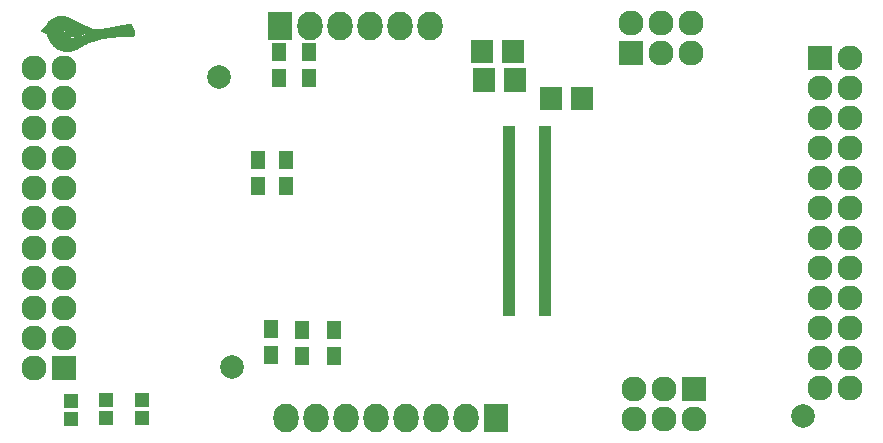
<source format=gts>
G04 #@! TF.FileFunction,Soldermask,Top*
%FSLAX46Y46*%
G04 Gerber Fmt 4.6, Leading zero omitted, Abs format (unit mm)*
G04 Created by KiCad (PCBNEW 4.0.1-stable) date Friday, March 04, 2016 'PMt' 07:11:30 PM*
%MOMM*%
G01*
G04 APERTURE LIST*
%ADD10C,0.100000*%
%ADD11C,0.010000*%
%ADD12C,2.000000*%
%ADD13R,1.100000X0.600000*%
%ADD14R,1.901140X0.798780*%
%ADD15R,2.127200X2.432000*%
%ADD16O,2.127200X2.432000*%
%ADD17R,2.127200X2.127200*%
%ADD18O,2.127200X2.127200*%
%ADD19R,1.197560X1.197560*%
%ADD20R,1.300000X1.600000*%
G04 APERTURE END LIST*
D10*
D11*
G36*
X120251031Y-90623103D02*
X120288866Y-90624878D01*
X120324763Y-90627950D01*
X120360412Y-90632451D01*
X120397499Y-90638512D01*
X120422537Y-90643226D01*
X120459505Y-90650873D01*
X120494770Y-90659056D01*
X120529378Y-90668108D01*
X120564376Y-90678364D01*
X120600809Y-90690156D01*
X120639722Y-90703818D01*
X120682161Y-90719684D01*
X120729173Y-90738088D01*
X120764737Y-90752406D01*
X120811958Y-90771805D01*
X120859898Y-90791943D01*
X120908959Y-90813011D01*
X120959547Y-90835199D01*
X121012066Y-90858695D01*
X121066921Y-90883689D01*
X121124514Y-90910372D01*
X121185251Y-90938932D01*
X121249536Y-90969559D01*
X121317773Y-91002442D01*
X121390365Y-91037772D01*
X121467719Y-91075737D01*
X121550236Y-91116528D01*
X121638323Y-91160333D01*
X121696085Y-91189177D01*
X121777799Y-91229964D01*
X121853732Y-91267698D01*
X121924358Y-91302596D01*
X121990149Y-91334875D01*
X122051577Y-91364752D01*
X122109115Y-91392444D01*
X122163235Y-91418167D01*
X122214409Y-91442138D01*
X122263111Y-91464575D01*
X122309811Y-91485695D01*
X122354982Y-91505714D01*
X122399097Y-91524848D01*
X122442629Y-91543316D01*
X122486049Y-91561334D01*
X122529829Y-91579119D01*
X122574443Y-91596888D01*
X122620363Y-91614857D01*
X122637542Y-91621509D01*
X122661524Y-91630793D01*
X122683788Y-91639455D01*
X122703348Y-91647109D01*
X122719219Y-91653366D01*
X122730414Y-91657840D01*
X122735784Y-91660070D01*
X122745832Y-91664573D01*
X122730698Y-91683849D01*
X122718889Y-91697902D01*
X122702920Y-91715482D01*
X122683921Y-91735449D01*
X122663023Y-91756663D01*
X122641357Y-91777986D01*
X122620055Y-91798277D01*
X122600246Y-91816397D01*
X122591681Y-91823920D01*
X122516102Y-91885039D01*
X122434352Y-91943238D01*
X122346747Y-91998375D01*
X122253601Y-92050306D01*
X122155231Y-92098886D01*
X122051952Y-92143973D01*
X121944079Y-92185422D01*
X121831928Y-92223091D01*
X121715814Y-92256835D01*
X121596054Y-92286510D01*
X121556278Y-92295281D01*
X121497253Y-92307567D01*
X121443414Y-92318013D01*
X121393205Y-92326877D01*
X121345074Y-92334413D01*
X121297469Y-92340877D01*
X121248835Y-92346526D01*
X121238778Y-92347588D01*
X121218732Y-92349185D01*
X121193512Y-92350438D01*
X121164439Y-92351348D01*
X121132833Y-92351913D01*
X121100014Y-92352134D01*
X121067303Y-92352011D01*
X121036020Y-92351543D01*
X121007485Y-92350730D01*
X120983019Y-92349572D01*
X120963941Y-92348069D01*
X120960083Y-92347629D01*
X120889587Y-92336359D01*
X120824668Y-92320777D01*
X120765314Y-92300875D01*
X120711511Y-92276642D01*
X120663246Y-92248071D01*
X120620506Y-92215152D01*
X120583275Y-92177875D01*
X120551542Y-92136233D01*
X120525292Y-92090216D01*
X120505814Y-92043556D01*
X120496564Y-92015336D01*
X120489950Y-91989790D01*
X120485611Y-91964670D01*
X120483189Y-91937726D01*
X120482323Y-91906710D01*
X120482311Y-91896690D01*
X120482506Y-91839783D01*
X120459541Y-91837430D01*
X120436577Y-91835078D01*
X120386819Y-91869010D01*
X120387261Y-91918359D01*
X120391246Y-91976590D01*
X120402027Y-92033341D01*
X120419427Y-92088195D01*
X120443267Y-92140732D01*
X120473369Y-92190536D01*
X120509554Y-92237188D01*
X120534774Y-92264155D01*
X120575410Y-92301000D01*
X120619140Y-92333371D01*
X120666472Y-92361491D01*
X120717911Y-92385584D01*
X120773966Y-92405873D01*
X120835143Y-92422584D01*
X120901948Y-92435938D01*
X120935389Y-92441113D01*
X120956455Y-92443389D01*
X120983303Y-92445185D01*
X121014675Y-92446500D01*
X121049315Y-92447334D01*
X121085966Y-92447688D01*
X121123369Y-92447562D01*
X121160269Y-92446956D01*
X121195407Y-92445870D01*
X121227526Y-92444303D01*
X121255370Y-92442257D01*
X121267000Y-92441088D01*
X121381247Y-92425915D01*
X121496379Y-92406055D01*
X121611524Y-92381770D01*
X121725809Y-92353321D01*
X121838359Y-92320969D01*
X121948303Y-92284975D01*
X122054766Y-92245600D01*
X122156876Y-92203106D01*
X122253760Y-92157754D01*
X122308608Y-92129498D01*
X122391718Y-92082751D01*
X122470658Y-92033631D01*
X122544981Y-91982487D01*
X122614241Y-91929668D01*
X122677993Y-91875522D01*
X122735791Y-91820397D01*
X122787188Y-91764643D01*
X122808880Y-91738480D01*
X122823589Y-91720572D01*
X122834647Y-91708259D01*
X122842321Y-91701267D01*
X122846878Y-91699322D01*
X122847106Y-91699373D01*
X122861682Y-91703012D01*
X122882129Y-91707139D01*
X122907296Y-91711588D01*
X122936029Y-91716193D01*
X122967174Y-91720787D01*
X122999579Y-91725204D01*
X123032091Y-91729276D01*
X123063556Y-91732837D01*
X123092821Y-91735720D01*
X123106736Y-91736893D01*
X123136996Y-91738630D01*
X123170509Y-91739311D01*
X123207721Y-91738909D01*
X123249075Y-91737398D01*
X123295017Y-91734750D01*
X123345991Y-91730938D01*
X123402441Y-91725937D01*
X123464812Y-91719719D01*
X123533548Y-91712256D01*
X123554764Y-91709853D01*
X123652696Y-91698039D01*
X123757110Y-91684253D01*
X123867726Y-91668544D01*
X123984267Y-91650962D01*
X124106454Y-91631559D01*
X124234011Y-91610386D01*
X124366657Y-91587492D01*
X124504117Y-91562928D01*
X124646110Y-91536746D01*
X124792360Y-91508995D01*
X124942588Y-91479727D01*
X125096517Y-91448991D01*
X125253867Y-91416840D01*
X125414361Y-91383322D01*
X125577721Y-91348489D01*
X125743669Y-91312392D01*
X125771972Y-91306166D01*
X125803505Y-91299268D01*
X125833573Y-91292787D01*
X125861326Y-91286899D01*
X125885913Y-91281780D01*
X125906484Y-91277607D01*
X125922186Y-91274556D01*
X125932170Y-91272804D01*
X125934250Y-91272520D01*
X125961629Y-91272603D01*
X125990597Y-91278198D01*
X126019337Y-91288640D01*
X126046032Y-91303263D01*
X126068863Y-91321400D01*
X126069577Y-91322097D01*
X126080334Y-91334458D01*
X126093559Y-91352584D01*
X126108873Y-91375782D01*
X126125898Y-91403362D01*
X126144253Y-91434633D01*
X126163562Y-91468902D01*
X126183444Y-91505479D01*
X126203521Y-91543671D01*
X126223415Y-91582789D01*
X126242747Y-91622139D01*
X126261137Y-91661031D01*
X126278208Y-91698774D01*
X126286938Y-91718888D01*
X126314418Y-91787828D01*
X126336295Y-91852753D01*
X126352564Y-91913631D01*
X126363220Y-91970428D01*
X126368258Y-92023112D01*
X126367674Y-92071650D01*
X126361462Y-92116008D01*
X126350303Y-92154355D01*
X126340721Y-92174617D01*
X126327158Y-92196530D01*
X126311359Y-92217628D01*
X126295072Y-92235441D01*
X126289089Y-92240860D01*
X126273700Y-92252771D01*
X126257081Y-92263287D01*
X126238689Y-92272518D01*
X126217978Y-92280574D01*
X126194406Y-92287565D01*
X126167427Y-92293602D01*
X126136498Y-92298794D01*
X126101074Y-92303252D01*
X126060612Y-92307086D01*
X126014567Y-92310405D01*
X125962396Y-92313321D01*
X125921903Y-92315182D01*
X125902132Y-92315961D01*
X125876304Y-92316876D01*
X125845416Y-92317897D01*
X125810464Y-92318994D01*
X125772446Y-92320137D01*
X125732357Y-92321294D01*
X125691195Y-92322437D01*
X125649956Y-92323534D01*
X125629097Y-92324070D01*
X125523132Y-92326865D01*
X125423623Y-92329728D01*
X125329971Y-92332688D01*
X125241576Y-92335774D01*
X125157840Y-92339016D01*
X125078162Y-92342444D01*
X125001944Y-92346086D01*
X124928587Y-92349972D01*
X124857491Y-92354132D01*
X124788056Y-92358595D01*
X124719683Y-92363390D01*
X124651774Y-92368548D01*
X124583729Y-92374096D01*
X124547833Y-92377168D01*
X124395425Y-92391484D01*
X124248916Y-92407501D01*
X124107314Y-92425426D01*
X123969629Y-92445462D01*
X123834869Y-92467813D01*
X123702042Y-92492686D01*
X123570156Y-92520283D01*
X123438221Y-92550811D01*
X123305244Y-92584473D01*
X123170234Y-92621474D01*
X123032199Y-92662018D01*
X122890149Y-92706311D01*
X122782181Y-92741516D01*
X122725529Y-92760415D01*
X122673101Y-92778181D01*
X122624324Y-92795079D01*
X122578627Y-92811377D01*
X122535437Y-92827340D01*
X122494184Y-92843235D01*
X122454295Y-92859327D01*
X122415199Y-92875884D01*
X122376325Y-92893170D01*
X122337099Y-92911452D01*
X122296952Y-92930997D01*
X122255310Y-92952071D01*
X122211602Y-92974939D01*
X122165257Y-92999869D01*
X122115703Y-93027125D01*
X122062368Y-93056975D01*
X122004680Y-93089684D01*
X121942068Y-93125519D01*
X121877306Y-93162815D01*
X121827113Y-93191743D01*
X121782343Y-93217450D01*
X121742339Y-93240298D01*
X121706445Y-93260648D01*
X121674006Y-93278863D01*
X121644365Y-93295303D01*
X121616866Y-93310330D01*
X121590853Y-93324307D01*
X121565670Y-93337594D01*
X121540662Y-93350554D01*
X121515172Y-93363549D01*
X121492778Y-93374820D01*
X121427461Y-93406741D01*
X121366674Y-93434702D01*
X121309369Y-93459064D01*
X121254501Y-93480188D01*
X121201022Y-93498436D01*
X121147885Y-93514169D01*
X121094043Y-93527748D01*
X121038449Y-93539537D01*
X120990975Y-93548094D01*
X120931699Y-93557475D01*
X120877114Y-93564849D01*
X120825196Y-93570377D01*
X120773926Y-93574223D01*
X120721279Y-93576550D01*
X120665234Y-93577522D01*
X120626708Y-93577509D01*
X120600120Y-93577309D01*
X120575076Y-93577051D01*
X120552670Y-93576751D01*
X120533997Y-93576426D01*
X120520149Y-93576092D01*
X120512223Y-93575767D01*
X120512056Y-93575755D01*
X120421009Y-93566740D01*
X120331200Y-93553096D01*
X120243485Y-93535042D01*
X120158718Y-93512798D01*
X120077756Y-93486583D01*
X120001455Y-93456619D01*
X119943791Y-93429817D01*
X119857957Y-93382919D01*
X119774330Y-93329377D01*
X119692988Y-93269273D01*
X119614006Y-93202690D01*
X119537461Y-93129708D01*
X119463429Y-93050411D01*
X119391985Y-92964879D01*
X119323207Y-92873196D01*
X119257171Y-92775442D01*
X119193952Y-92671701D01*
X119133627Y-92562053D01*
X119129300Y-92553746D01*
X119092293Y-92478734D01*
X119057779Y-92400989D01*
X119025400Y-92319580D01*
X118994798Y-92233574D01*
X118965612Y-92142039D01*
X118949110Y-92085758D01*
X118941543Y-92059169D01*
X118695806Y-91960044D01*
X118656329Y-91944069D01*
X118618813Y-91928791D01*
X118583766Y-91914422D01*
X118551694Y-91901173D01*
X118523102Y-91889257D01*
X118498498Y-91878887D01*
X118478388Y-91870274D01*
X118463278Y-91863630D01*
X118453674Y-91859168D01*
X118450083Y-91857101D01*
X118450069Y-91857055D01*
X118452644Y-91854178D01*
X118460115Y-91846965D01*
X118472098Y-91835762D01*
X118488213Y-91820917D01*
X118508078Y-91802776D01*
X118531310Y-91781686D01*
X118557529Y-91757994D01*
X118586351Y-91732048D01*
X118617395Y-91704193D01*
X118650280Y-91674778D01*
X118675847Y-91651966D01*
X118901625Y-91450741D01*
X118916003Y-91411022D01*
X118944338Y-91340948D01*
X118977586Y-91274045D01*
X119016152Y-91209707D01*
X119060445Y-91147324D01*
X119110870Y-91086287D01*
X119167835Y-91025990D01*
X119184224Y-91009917D01*
X119251538Y-90949739D01*
X119324130Y-90894059D01*
X119401734Y-90843010D01*
X119484086Y-90796722D01*
X119570921Y-90755330D01*
X119661974Y-90718964D01*
X119756979Y-90687758D01*
X119855671Y-90661842D01*
X119901750Y-90651834D01*
X119946147Y-90643197D01*
X119985869Y-90636427D01*
X120022979Y-90631295D01*
X120059540Y-90627572D01*
X120097614Y-90625029D01*
X120139265Y-90623439D01*
X120162806Y-90622916D01*
X120209574Y-90622493D01*
X120251031Y-90623103D01*
X120251031Y-90623103D01*
G37*
X120251031Y-90623103D02*
X120288866Y-90624878D01*
X120324763Y-90627950D01*
X120360412Y-90632451D01*
X120397499Y-90638512D01*
X120422537Y-90643226D01*
X120459505Y-90650873D01*
X120494770Y-90659056D01*
X120529378Y-90668108D01*
X120564376Y-90678364D01*
X120600809Y-90690156D01*
X120639722Y-90703818D01*
X120682161Y-90719684D01*
X120729173Y-90738088D01*
X120764737Y-90752406D01*
X120811958Y-90771805D01*
X120859898Y-90791943D01*
X120908959Y-90813011D01*
X120959547Y-90835199D01*
X121012066Y-90858695D01*
X121066921Y-90883689D01*
X121124514Y-90910372D01*
X121185251Y-90938932D01*
X121249536Y-90969559D01*
X121317773Y-91002442D01*
X121390365Y-91037772D01*
X121467719Y-91075737D01*
X121550236Y-91116528D01*
X121638323Y-91160333D01*
X121696085Y-91189177D01*
X121777799Y-91229964D01*
X121853732Y-91267698D01*
X121924358Y-91302596D01*
X121990149Y-91334875D01*
X122051577Y-91364752D01*
X122109115Y-91392444D01*
X122163235Y-91418167D01*
X122214409Y-91442138D01*
X122263111Y-91464575D01*
X122309811Y-91485695D01*
X122354982Y-91505714D01*
X122399097Y-91524848D01*
X122442629Y-91543316D01*
X122486049Y-91561334D01*
X122529829Y-91579119D01*
X122574443Y-91596888D01*
X122620363Y-91614857D01*
X122637542Y-91621509D01*
X122661524Y-91630793D01*
X122683788Y-91639455D01*
X122703348Y-91647109D01*
X122719219Y-91653366D01*
X122730414Y-91657840D01*
X122735784Y-91660070D01*
X122745832Y-91664573D01*
X122730698Y-91683849D01*
X122718889Y-91697902D01*
X122702920Y-91715482D01*
X122683921Y-91735449D01*
X122663023Y-91756663D01*
X122641357Y-91777986D01*
X122620055Y-91798277D01*
X122600246Y-91816397D01*
X122591681Y-91823920D01*
X122516102Y-91885039D01*
X122434352Y-91943238D01*
X122346747Y-91998375D01*
X122253601Y-92050306D01*
X122155231Y-92098886D01*
X122051952Y-92143973D01*
X121944079Y-92185422D01*
X121831928Y-92223091D01*
X121715814Y-92256835D01*
X121596054Y-92286510D01*
X121556278Y-92295281D01*
X121497253Y-92307567D01*
X121443414Y-92318013D01*
X121393205Y-92326877D01*
X121345074Y-92334413D01*
X121297469Y-92340877D01*
X121248835Y-92346526D01*
X121238778Y-92347588D01*
X121218732Y-92349185D01*
X121193512Y-92350438D01*
X121164439Y-92351348D01*
X121132833Y-92351913D01*
X121100014Y-92352134D01*
X121067303Y-92352011D01*
X121036020Y-92351543D01*
X121007485Y-92350730D01*
X120983019Y-92349572D01*
X120963941Y-92348069D01*
X120960083Y-92347629D01*
X120889587Y-92336359D01*
X120824668Y-92320777D01*
X120765314Y-92300875D01*
X120711511Y-92276642D01*
X120663246Y-92248071D01*
X120620506Y-92215152D01*
X120583275Y-92177875D01*
X120551542Y-92136233D01*
X120525292Y-92090216D01*
X120505814Y-92043556D01*
X120496564Y-92015336D01*
X120489950Y-91989790D01*
X120485611Y-91964670D01*
X120483189Y-91937726D01*
X120482323Y-91906710D01*
X120482311Y-91896690D01*
X120482506Y-91839783D01*
X120459541Y-91837430D01*
X120436577Y-91835078D01*
X120386819Y-91869010D01*
X120387261Y-91918359D01*
X120391246Y-91976590D01*
X120402027Y-92033341D01*
X120419427Y-92088195D01*
X120443267Y-92140732D01*
X120473369Y-92190536D01*
X120509554Y-92237188D01*
X120534774Y-92264155D01*
X120575410Y-92301000D01*
X120619140Y-92333371D01*
X120666472Y-92361491D01*
X120717911Y-92385584D01*
X120773966Y-92405873D01*
X120835143Y-92422584D01*
X120901948Y-92435938D01*
X120935389Y-92441113D01*
X120956455Y-92443389D01*
X120983303Y-92445185D01*
X121014675Y-92446500D01*
X121049315Y-92447334D01*
X121085966Y-92447688D01*
X121123369Y-92447562D01*
X121160269Y-92446956D01*
X121195407Y-92445870D01*
X121227526Y-92444303D01*
X121255370Y-92442257D01*
X121267000Y-92441088D01*
X121381247Y-92425915D01*
X121496379Y-92406055D01*
X121611524Y-92381770D01*
X121725809Y-92353321D01*
X121838359Y-92320969D01*
X121948303Y-92284975D01*
X122054766Y-92245600D01*
X122156876Y-92203106D01*
X122253760Y-92157754D01*
X122308608Y-92129498D01*
X122391718Y-92082751D01*
X122470658Y-92033631D01*
X122544981Y-91982487D01*
X122614241Y-91929668D01*
X122677993Y-91875522D01*
X122735791Y-91820397D01*
X122787188Y-91764643D01*
X122808880Y-91738480D01*
X122823589Y-91720572D01*
X122834647Y-91708259D01*
X122842321Y-91701267D01*
X122846878Y-91699322D01*
X122847106Y-91699373D01*
X122861682Y-91703012D01*
X122882129Y-91707139D01*
X122907296Y-91711588D01*
X122936029Y-91716193D01*
X122967174Y-91720787D01*
X122999579Y-91725204D01*
X123032091Y-91729276D01*
X123063556Y-91732837D01*
X123092821Y-91735720D01*
X123106736Y-91736893D01*
X123136996Y-91738630D01*
X123170509Y-91739311D01*
X123207721Y-91738909D01*
X123249075Y-91737398D01*
X123295017Y-91734750D01*
X123345991Y-91730938D01*
X123402441Y-91725937D01*
X123464812Y-91719719D01*
X123533548Y-91712256D01*
X123554764Y-91709853D01*
X123652696Y-91698039D01*
X123757110Y-91684253D01*
X123867726Y-91668544D01*
X123984267Y-91650962D01*
X124106454Y-91631559D01*
X124234011Y-91610386D01*
X124366657Y-91587492D01*
X124504117Y-91562928D01*
X124646110Y-91536746D01*
X124792360Y-91508995D01*
X124942588Y-91479727D01*
X125096517Y-91448991D01*
X125253867Y-91416840D01*
X125414361Y-91383322D01*
X125577721Y-91348489D01*
X125743669Y-91312392D01*
X125771972Y-91306166D01*
X125803505Y-91299268D01*
X125833573Y-91292787D01*
X125861326Y-91286899D01*
X125885913Y-91281780D01*
X125906484Y-91277607D01*
X125922186Y-91274556D01*
X125932170Y-91272804D01*
X125934250Y-91272520D01*
X125961629Y-91272603D01*
X125990597Y-91278198D01*
X126019337Y-91288640D01*
X126046032Y-91303263D01*
X126068863Y-91321400D01*
X126069577Y-91322097D01*
X126080334Y-91334458D01*
X126093559Y-91352584D01*
X126108873Y-91375782D01*
X126125898Y-91403362D01*
X126144253Y-91434633D01*
X126163562Y-91468902D01*
X126183444Y-91505479D01*
X126203521Y-91543671D01*
X126223415Y-91582789D01*
X126242747Y-91622139D01*
X126261137Y-91661031D01*
X126278208Y-91698774D01*
X126286938Y-91718888D01*
X126314418Y-91787828D01*
X126336295Y-91852753D01*
X126352564Y-91913631D01*
X126363220Y-91970428D01*
X126368258Y-92023112D01*
X126367674Y-92071650D01*
X126361462Y-92116008D01*
X126350303Y-92154355D01*
X126340721Y-92174617D01*
X126327158Y-92196530D01*
X126311359Y-92217628D01*
X126295072Y-92235441D01*
X126289089Y-92240860D01*
X126273700Y-92252771D01*
X126257081Y-92263287D01*
X126238689Y-92272518D01*
X126217978Y-92280574D01*
X126194406Y-92287565D01*
X126167427Y-92293602D01*
X126136498Y-92298794D01*
X126101074Y-92303252D01*
X126060612Y-92307086D01*
X126014567Y-92310405D01*
X125962396Y-92313321D01*
X125921903Y-92315182D01*
X125902132Y-92315961D01*
X125876304Y-92316876D01*
X125845416Y-92317897D01*
X125810464Y-92318994D01*
X125772446Y-92320137D01*
X125732357Y-92321294D01*
X125691195Y-92322437D01*
X125649956Y-92323534D01*
X125629097Y-92324070D01*
X125523132Y-92326865D01*
X125423623Y-92329728D01*
X125329971Y-92332688D01*
X125241576Y-92335774D01*
X125157840Y-92339016D01*
X125078162Y-92342444D01*
X125001944Y-92346086D01*
X124928587Y-92349972D01*
X124857491Y-92354132D01*
X124788056Y-92358595D01*
X124719683Y-92363390D01*
X124651774Y-92368548D01*
X124583729Y-92374096D01*
X124547833Y-92377168D01*
X124395425Y-92391484D01*
X124248916Y-92407501D01*
X124107314Y-92425426D01*
X123969629Y-92445462D01*
X123834869Y-92467813D01*
X123702042Y-92492686D01*
X123570156Y-92520283D01*
X123438221Y-92550811D01*
X123305244Y-92584473D01*
X123170234Y-92621474D01*
X123032199Y-92662018D01*
X122890149Y-92706311D01*
X122782181Y-92741516D01*
X122725529Y-92760415D01*
X122673101Y-92778181D01*
X122624324Y-92795079D01*
X122578627Y-92811377D01*
X122535437Y-92827340D01*
X122494184Y-92843235D01*
X122454295Y-92859327D01*
X122415199Y-92875884D01*
X122376325Y-92893170D01*
X122337099Y-92911452D01*
X122296952Y-92930997D01*
X122255310Y-92952071D01*
X122211602Y-92974939D01*
X122165257Y-92999869D01*
X122115703Y-93027125D01*
X122062368Y-93056975D01*
X122004680Y-93089684D01*
X121942068Y-93125519D01*
X121877306Y-93162815D01*
X121827113Y-93191743D01*
X121782343Y-93217450D01*
X121742339Y-93240298D01*
X121706445Y-93260648D01*
X121674006Y-93278863D01*
X121644365Y-93295303D01*
X121616866Y-93310330D01*
X121590853Y-93324307D01*
X121565670Y-93337594D01*
X121540662Y-93350554D01*
X121515172Y-93363549D01*
X121492778Y-93374820D01*
X121427461Y-93406741D01*
X121366674Y-93434702D01*
X121309369Y-93459064D01*
X121254501Y-93480188D01*
X121201022Y-93498436D01*
X121147885Y-93514169D01*
X121094043Y-93527748D01*
X121038449Y-93539537D01*
X120990975Y-93548094D01*
X120931699Y-93557475D01*
X120877114Y-93564849D01*
X120825196Y-93570377D01*
X120773926Y-93574223D01*
X120721279Y-93576550D01*
X120665234Y-93577522D01*
X120626708Y-93577509D01*
X120600120Y-93577309D01*
X120575076Y-93577051D01*
X120552670Y-93576751D01*
X120533997Y-93576426D01*
X120520149Y-93576092D01*
X120512223Y-93575767D01*
X120512056Y-93575755D01*
X120421009Y-93566740D01*
X120331200Y-93553096D01*
X120243485Y-93535042D01*
X120158718Y-93512798D01*
X120077756Y-93486583D01*
X120001455Y-93456619D01*
X119943791Y-93429817D01*
X119857957Y-93382919D01*
X119774330Y-93329377D01*
X119692988Y-93269273D01*
X119614006Y-93202690D01*
X119537461Y-93129708D01*
X119463429Y-93050411D01*
X119391985Y-92964879D01*
X119323207Y-92873196D01*
X119257171Y-92775442D01*
X119193952Y-92671701D01*
X119133627Y-92562053D01*
X119129300Y-92553746D01*
X119092293Y-92478734D01*
X119057779Y-92400989D01*
X119025400Y-92319580D01*
X118994798Y-92233574D01*
X118965612Y-92142039D01*
X118949110Y-92085758D01*
X118941543Y-92059169D01*
X118695806Y-91960044D01*
X118656329Y-91944069D01*
X118618813Y-91928791D01*
X118583766Y-91914422D01*
X118551694Y-91901173D01*
X118523102Y-91889257D01*
X118498498Y-91878887D01*
X118478388Y-91870274D01*
X118463278Y-91863630D01*
X118453674Y-91859168D01*
X118450083Y-91857101D01*
X118450069Y-91857055D01*
X118452644Y-91854178D01*
X118460115Y-91846965D01*
X118472098Y-91835762D01*
X118488213Y-91820917D01*
X118508078Y-91802776D01*
X118531310Y-91781686D01*
X118557529Y-91757994D01*
X118586351Y-91732048D01*
X118617395Y-91704193D01*
X118650280Y-91674778D01*
X118675847Y-91651966D01*
X118901625Y-91450741D01*
X118916003Y-91411022D01*
X118944338Y-91340948D01*
X118977586Y-91274045D01*
X119016152Y-91209707D01*
X119060445Y-91147324D01*
X119110870Y-91086287D01*
X119167835Y-91025990D01*
X119184224Y-91009917D01*
X119251538Y-90949739D01*
X119324130Y-90894059D01*
X119401734Y-90843010D01*
X119484086Y-90796722D01*
X119570921Y-90755330D01*
X119661974Y-90718964D01*
X119756979Y-90687758D01*
X119855671Y-90661842D01*
X119901750Y-90651834D01*
X119946147Y-90643197D01*
X119985869Y-90636427D01*
X120022979Y-90631295D01*
X120059540Y-90627572D01*
X120097614Y-90625029D01*
X120139265Y-90623439D01*
X120162806Y-90622916D01*
X120209574Y-90622493D01*
X120251031Y-90623103D01*
D12*
X183000000Y-124460000D03*
X133560000Y-95760000D03*
D13*
X161190000Y-100200000D03*
X161190000Y-100600000D03*
X161190000Y-101000000D03*
X161190000Y-101400000D03*
X161190000Y-101800000D03*
X161190000Y-102200000D03*
X161190000Y-102600000D03*
X161190000Y-103000000D03*
X161190000Y-103400000D03*
X161190000Y-103800000D03*
X161190000Y-107800000D03*
X161190000Y-107400000D03*
X161190000Y-107000000D03*
X161190000Y-106600000D03*
X161190000Y-106200000D03*
X161190000Y-105800000D03*
X161190000Y-105400000D03*
X161190000Y-105000000D03*
X161190000Y-104600000D03*
X161190000Y-104200000D03*
X161190000Y-108200000D03*
X161190000Y-108600000D03*
X161190000Y-109000000D03*
X161190000Y-109400000D03*
X161190000Y-109800000D03*
X161190000Y-110200000D03*
X161190000Y-110600000D03*
X161190000Y-111000000D03*
X161190000Y-111400000D03*
X161190000Y-111800000D03*
X161190000Y-115800000D03*
X161190000Y-115400000D03*
X161190000Y-115000000D03*
X161190000Y-114600000D03*
X161190000Y-114200000D03*
X161190000Y-113800000D03*
X161190000Y-113400000D03*
X161190000Y-113000000D03*
X161190000Y-112600000D03*
X161190000Y-112200000D03*
X158110000Y-112200000D03*
X158110000Y-112600000D03*
X158110000Y-113000000D03*
X158110000Y-113400000D03*
X158110000Y-113800000D03*
X158110000Y-114200000D03*
X158110000Y-114600000D03*
X158110000Y-115000000D03*
X158110000Y-115400000D03*
X158110000Y-115800000D03*
X158110000Y-111800000D03*
X158110000Y-111400000D03*
X158110000Y-111000000D03*
X158110000Y-110600000D03*
X158110000Y-110200000D03*
X158110000Y-109800000D03*
X158110000Y-109400000D03*
X158110000Y-109000000D03*
X158110000Y-108600000D03*
X158110000Y-108200000D03*
X158110000Y-104200000D03*
X158110000Y-104600000D03*
X158110000Y-105000000D03*
X158110000Y-105400000D03*
X158110000Y-105800000D03*
X158110000Y-106200000D03*
X158110000Y-106600000D03*
X158110000Y-107000000D03*
X158110000Y-107400000D03*
X158110000Y-107800000D03*
X158110000Y-103800000D03*
X158110000Y-103400000D03*
X158110000Y-103000000D03*
X158110000Y-102600000D03*
X158110000Y-102200000D03*
X158110000Y-101800000D03*
X158110000Y-101400000D03*
X158110000Y-101000000D03*
X158110000Y-100600000D03*
X158110000Y-100200000D03*
D14*
X158461920Y-94250000D03*
X158461920Y-93599760D03*
X158461920Y-92949520D03*
X155800000Y-92949520D03*
X155800000Y-93599760D03*
X155800000Y-94250000D03*
X164300000Y-98250000D03*
X164300000Y-97599760D03*
X164300000Y-96949520D03*
X161638080Y-96949520D03*
X161638080Y-97599760D03*
X161638080Y-98250000D03*
X158611920Y-96700000D03*
X158611920Y-96049760D03*
X158611920Y-95399520D03*
X155950000Y-95399520D03*
X155950000Y-96049760D03*
X155950000Y-96700000D03*
D15*
X156972000Y-124663200D03*
D16*
X154432000Y-124663200D03*
X151892000Y-124663200D03*
X149352000Y-124663200D03*
X146812000Y-124663200D03*
X144272000Y-124663200D03*
X141732000Y-124663200D03*
X139192000Y-124663200D03*
D15*
X138684000Y-91440000D03*
D16*
X141224000Y-91440000D03*
X143764000Y-91440000D03*
X146304000Y-91440000D03*
X148844000Y-91440000D03*
X151384000Y-91440000D03*
D17*
X120396000Y-120396000D03*
D18*
X117856000Y-120396000D03*
X120396000Y-117856000D03*
X117856000Y-117856000D03*
X120396000Y-115316000D03*
X117856000Y-115316000D03*
X120396000Y-112776000D03*
X117856000Y-112776000D03*
X120396000Y-110236000D03*
X117856000Y-110236000D03*
X120396000Y-107696000D03*
X117856000Y-107696000D03*
X120396000Y-105156000D03*
X117856000Y-105156000D03*
X120396000Y-102616000D03*
X117856000Y-102616000D03*
X120396000Y-100076000D03*
X117856000Y-100076000D03*
X120396000Y-97536000D03*
X117856000Y-97536000D03*
X120396000Y-94996000D03*
X117856000Y-94996000D03*
D17*
X184404000Y-94183200D03*
D18*
X186944000Y-94183200D03*
X184404000Y-96723200D03*
X186944000Y-96723200D03*
X184404000Y-99263200D03*
X186944000Y-99263200D03*
X184404000Y-101803200D03*
X186944000Y-101803200D03*
X184404000Y-104343200D03*
X186944000Y-104343200D03*
X184404000Y-106883200D03*
X186944000Y-106883200D03*
X184404000Y-109423200D03*
X186944000Y-109423200D03*
X184404000Y-111963200D03*
X186944000Y-111963200D03*
X184404000Y-114503200D03*
X186944000Y-114503200D03*
X184404000Y-117043200D03*
X186944000Y-117043200D03*
X184404000Y-119583200D03*
X186944000Y-119583200D03*
X184404000Y-122123200D03*
X186944000Y-122123200D03*
D17*
X168402000Y-93726000D03*
D18*
X168402000Y-91186000D03*
X170942000Y-93726000D03*
X170942000Y-91186000D03*
X173482000Y-93726000D03*
X173482000Y-91186000D03*
D17*
X173736000Y-122224800D03*
D18*
X173736000Y-124764800D03*
X171196000Y-122224800D03*
X171196000Y-124764800D03*
X168656000Y-122224800D03*
X168656000Y-124764800D03*
D19*
X127000000Y-123151900D03*
X127000000Y-124650500D03*
X124000000Y-123164600D03*
X124000000Y-124663200D03*
X121000000Y-123250700D03*
X121000000Y-124749300D03*
D20*
X137922000Y-119362400D03*
X137922000Y-117162400D03*
X140620000Y-119390000D03*
X140620000Y-117190000D03*
X143256000Y-119395600D03*
X143256000Y-117195600D03*
X141200000Y-93710000D03*
X141200000Y-95910000D03*
X138600000Y-93700000D03*
X138600000Y-95900000D03*
X139190000Y-105020000D03*
X139190000Y-102820000D03*
X136870000Y-105010000D03*
X136870000Y-102810000D03*
D12*
X134640000Y-120300000D03*
M02*

</source>
